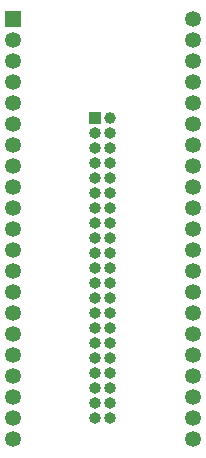
<source format=gbr>
%TF.GenerationSoftware,KiCad,Pcbnew,(6.0.7)*%
%TF.CreationDate,2022-08-07T18:47:35-07:00*%
%TF.ProjectId,SDIP42-adapter,53444950-3432-42d6-9164-61707465722e,rev?*%
%TF.SameCoordinates,Original*%
%TF.FileFunction,Soldermask,Bot*%
%TF.FilePolarity,Negative*%
%FSLAX46Y46*%
G04 Gerber Fmt 4.6, Leading zero omitted, Abs format (unit mm)*
G04 Created by KiCad (PCBNEW (6.0.7)) date 2022-08-07 18:47:35*
%MOMM*%
%LPD*%
G01*
G04 APERTURE LIST*
%ADD10R,1.346200X1.346200*%
%ADD11C,1.346200*%
%ADD12R,1.000000X1.000000*%
%ADD13O,1.000000X1.000000*%
%ADD14C,1.000000*%
G04 APERTURE END LIST*
D10*
%TO.C,U2*%
X136895000Y-62930000D03*
D11*
X136895000Y-64708000D03*
X136895000Y-66486000D03*
X136895000Y-68264000D03*
X136895000Y-70042000D03*
X136895000Y-71820000D03*
X136895000Y-73598000D03*
X136895000Y-75376000D03*
X136895000Y-77154000D03*
X136895000Y-78932000D03*
X136895000Y-80710000D03*
X136895000Y-82488000D03*
X136895000Y-84266000D03*
X136895000Y-86044000D03*
X136895000Y-87822000D03*
X136895000Y-89600000D03*
X136895000Y-91378000D03*
X136895000Y-93156000D03*
X136895000Y-94934000D03*
X136895000Y-96712000D03*
X136895000Y-98490000D03*
X152135000Y-98490000D03*
X152135000Y-96712000D03*
X152135000Y-94934000D03*
X152135000Y-93156000D03*
X152135000Y-91378000D03*
X152135000Y-89600000D03*
X152135000Y-87822000D03*
X152135000Y-86044000D03*
X152135000Y-84266000D03*
X152135000Y-82488000D03*
X152135000Y-80710000D03*
X152135000Y-78932000D03*
X152135000Y-77154000D03*
X152135000Y-75376000D03*
X152135000Y-73598000D03*
X152135000Y-71820000D03*
X152135000Y-70042000D03*
X152135000Y-68264000D03*
X152135000Y-66486000D03*
X152135000Y-64708000D03*
X152135000Y-62930000D03*
%TD*%
D12*
%TO.C,U1*%
X143890000Y-71337000D03*
D13*
X143890000Y-72607000D03*
X143890000Y-73877000D03*
X143890000Y-75147000D03*
X143890000Y-76417000D03*
X143890000Y-77687000D03*
X143890000Y-78957000D03*
X143890000Y-80227000D03*
X143890000Y-81497000D03*
X143890000Y-82767000D03*
X143890000Y-84037000D03*
X143890000Y-85307000D03*
X143890000Y-86577000D03*
X143890000Y-87847000D03*
X143890000Y-89117000D03*
X143890000Y-90387000D03*
X143890000Y-91657000D03*
X143890000Y-92927000D03*
X143890000Y-94197000D03*
X143890000Y-95467000D03*
X143890000Y-96737000D03*
X145160000Y-96737000D03*
X145160000Y-95467000D03*
X145160000Y-94197000D03*
X145160000Y-92927000D03*
X145160000Y-91657000D03*
X145160000Y-90387000D03*
X145160000Y-89117000D03*
X145160000Y-87847000D03*
X145160000Y-86577000D03*
X145160000Y-85307000D03*
X145160000Y-84037000D03*
X145160000Y-82767000D03*
X145160000Y-81497000D03*
X145160000Y-80227000D03*
X145160000Y-78957000D03*
X145160000Y-77687000D03*
X145160000Y-76417000D03*
X145160000Y-75147000D03*
X145160000Y-73877000D03*
X145160000Y-72607000D03*
D14*
X145160000Y-71337000D03*
%TD*%
M02*

</source>
